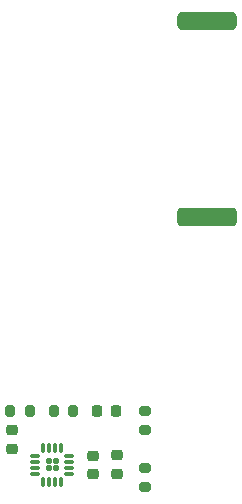
<source format=gbr>
%TF.GenerationSoftware,KiCad,Pcbnew,(6.0.7)*%
%TF.CreationDate,2022-11-28T20:00:57-08:00*%
%TF.ProjectId,max98357-amp,6d617839-3833-4353-972d-616d702e6b69,rev?*%
%TF.SameCoordinates,Original*%
%TF.FileFunction,Paste,Top*%
%TF.FilePolarity,Positive*%
%FSLAX46Y46*%
G04 Gerber Fmt 4.6, Leading zero omitted, Abs format (unit mm)*
G04 Created by KiCad (PCBNEW (6.0.7)) date 2022-11-28 20:00:57*
%MOMM*%
%LPD*%
G01*
G04 APERTURE LIST*
G04 Aperture macros list*
%AMRoundRect*
0 Rectangle with rounded corners*
0 $1 Rounding radius*
0 $2 $3 $4 $5 $6 $7 $8 $9 X,Y pos of 4 corners*
0 Add a 4 corners polygon primitive as box body*
4,1,4,$2,$3,$4,$5,$6,$7,$8,$9,$2,$3,0*
0 Add four circle primitives for the rounded corners*
1,1,$1+$1,$2,$3*
1,1,$1+$1,$4,$5*
1,1,$1+$1,$6,$7*
1,1,$1+$1,$8,$9*
0 Add four rect primitives between the rounded corners*
20,1,$1+$1,$2,$3,$4,$5,0*
20,1,$1+$1,$4,$5,$6,$7,0*
20,1,$1+$1,$6,$7,$8,$9,0*
20,1,$1+$1,$8,$9,$2,$3,0*%
G04 Aperture macros list end*
%ADD10RoundRect,0.225000X-0.225000X-0.250000X0.225000X-0.250000X0.225000X0.250000X-0.225000X0.250000X0*%
%ADD11RoundRect,0.200000X0.275000X-0.200000X0.275000X0.200000X-0.275000X0.200000X-0.275000X-0.200000X0*%
%ADD12RoundRect,0.225000X0.250000X-0.225000X0.250000X0.225000X-0.250000X0.225000X-0.250000X-0.225000X0*%
%ADD13RoundRect,0.400000X-2.100000X-0.400000X2.100000X-0.400000X2.100000X0.400000X-2.100000X0.400000X0*%
%ADD14RoundRect,0.320000X-2.180000X-0.480000X2.180000X-0.480000X2.180000X0.480000X-2.180000X0.480000X0*%
%ADD15RoundRect,0.069750X0.162750X-0.162750X0.162750X0.162750X-0.162750X0.162750X-0.162750X-0.162750X0*%
%ADD16RoundRect,0.116250X0.116250X-0.116250X0.116250X0.116250X-0.116250X0.116250X-0.116250X-0.116250X0*%
%ADD17RoundRect,0.075000X0.075000X-0.325000X0.075000X0.325000X-0.075000X0.325000X-0.075000X-0.325000X0*%
%ADD18RoundRect,0.075000X0.325000X-0.075000X0.325000X0.075000X-0.325000X0.075000X-0.325000X-0.075000X0*%
%ADD19RoundRect,0.200000X0.200000X0.275000X-0.200000X0.275000X-0.200000X-0.275000X0.200000X-0.275000X0*%
%ADD20RoundRect,0.225000X-0.250000X0.225000X-0.250000X-0.225000X0.250000X-0.225000X0.250000X0.225000X0*%
%ADD21RoundRect,0.200000X-0.200000X-0.275000X0.200000X-0.275000X0.200000X0.275000X-0.200000X0.275000X0*%
G04 APERTURE END LIST*
D10*
%TO.C,C4*%
X137414000Y-109601000D03*
X138964000Y-109601000D03*
%TD*%
D11*
%TO.C,R2*%
X141478000Y-111252000D03*
X141478000Y-109602000D03*
%TD*%
D12*
%TO.C,C1*%
X139065000Y-114935000D03*
X139065000Y-113385000D03*
%TD*%
D11*
%TO.C,R1*%
X141478000Y-116078000D03*
X141478000Y-114428000D03*
%TD*%
D13*
%TO.C,S1*%
X146674000Y-76632000D03*
D14*
X146674000Y-93232000D03*
%TD*%
D15*
%TO.C,U1*%
X133883000Y-113863000D03*
X133883000Y-114477000D03*
X133269000Y-114477000D03*
D16*
X133269000Y-113863000D03*
D17*
X132811000Y-115595000D03*
X133311000Y-115595000D03*
X133811000Y-115595000D03*
X134341000Y-115595000D03*
D18*
X135001000Y-114935000D03*
X135001000Y-114435000D03*
X135001000Y-113935000D03*
X135001000Y-113405000D03*
D17*
X134341000Y-112745000D03*
X133811000Y-112745000D03*
X133311000Y-112745000D03*
X132811000Y-112745000D03*
D18*
X132151000Y-113405000D03*
X132151000Y-113935000D03*
X132151000Y-114435000D03*
X132151000Y-114935000D03*
%TD*%
D12*
%TO.C,C2*%
X137033000Y-114961000D03*
X137033000Y-113411000D03*
%TD*%
D19*
%TO.C,FB2*%
X131699000Y-109601000D03*
X130049000Y-109601000D03*
%TD*%
D20*
%TO.C,C3*%
X130175000Y-111252000D03*
X130175000Y-112802000D03*
%TD*%
D21*
%TO.C,FB1*%
X133731000Y-109601000D03*
X135381000Y-109601000D03*
%TD*%
M02*

</source>
